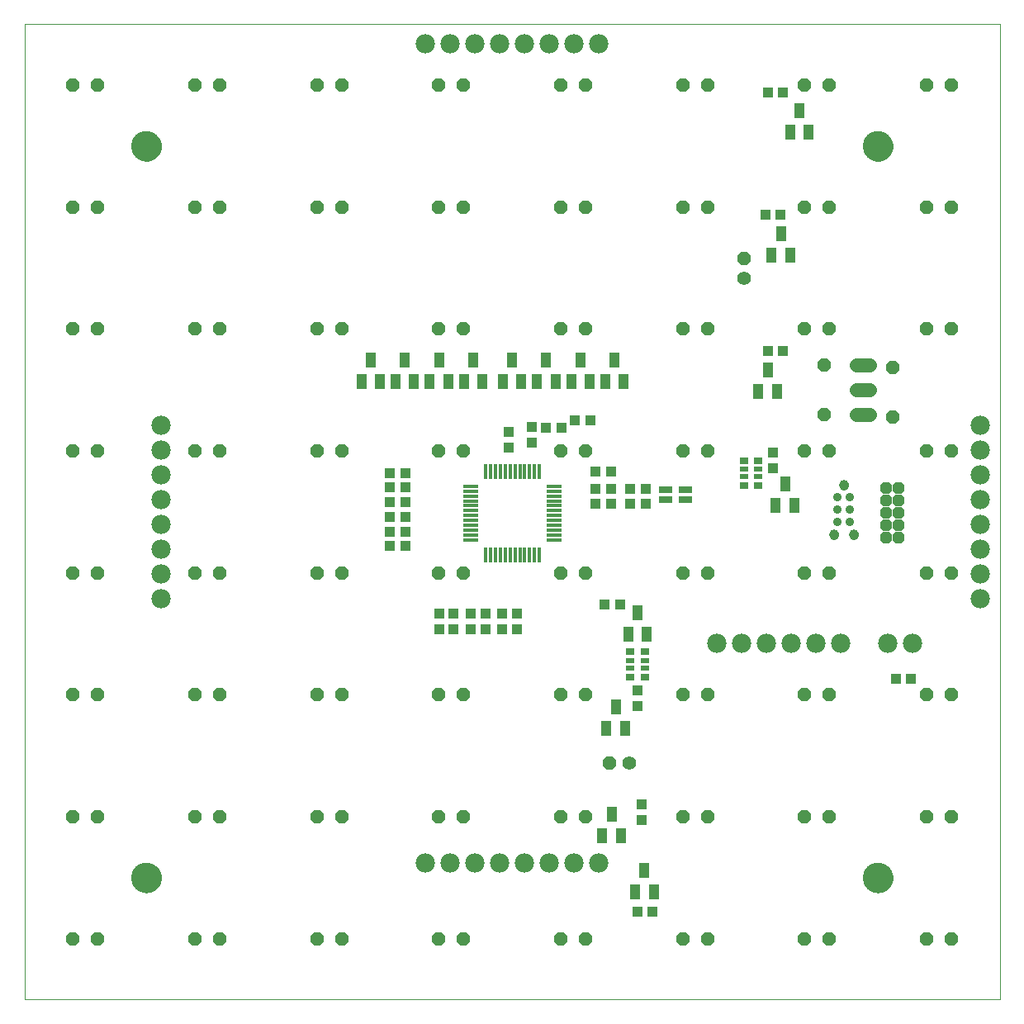
<source format=gts>
G75*
%MOIN*%
%OFA0B0*%
%FSLAX25Y25*%
%IPPOS*%
%LPD*%
%AMOC8*
5,1,8,0,0,1.08239X$1,22.5*
%
%ADD10C,0.00000*%
%ADD11C,0.12211*%
%ADD12R,0.01581X0.06306*%
%ADD13R,0.06306X0.01581*%
%ADD14OC8,0.05600*%
%ADD15R,0.04337X0.05912*%
%ADD16OC8,0.04762*%
%ADD17R,0.04140X0.04337*%
%ADD18R,0.04337X0.04140*%
%ADD19C,0.07800*%
%ADD20C,0.05600*%
%ADD21R,0.03550X0.02762*%
%ADD22R,0.03550X0.02369*%
%ADD23C,0.05600*%
%ADD24R,0.05400X0.02900*%
%ADD25C,0.03500*%
%ADD26C,0.03900*%
D10*
X0028775Y0011058D02*
X0028775Y0404759D01*
X0422476Y0404759D01*
X0422476Y0011058D01*
X0028775Y0011058D01*
X0072081Y0060271D02*
X0072083Y0060424D01*
X0072089Y0060578D01*
X0072099Y0060731D01*
X0072113Y0060883D01*
X0072131Y0061036D01*
X0072153Y0061187D01*
X0072178Y0061338D01*
X0072208Y0061489D01*
X0072242Y0061639D01*
X0072279Y0061787D01*
X0072320Y0061935D01*
X0072365Y0062081D01*
X0072414Y0062227D01*
X0072467Y0062371D01*
X0072523Y0062513D01*
X0072583Y0062654D01*
X0072647Y0062794D01*
X0072714Y0062932D01*
X0072785Y0063068D01*
X0072860Y0063202D01*
X0072937Y0063334D01*
X0073019Y0063464D01*
X0073103Y0063592D01*
X0073191Y0063718D01*
X0073282Y0063841D01*
X0073376Y0063962D01*
X0073474Y0064080D01*
X0073574Y0064196D01*
X0073678Y0064309D01*
X0073784Y0064420D01*
X0073893Y0064528D01*
X0074005Y0064633D01*
X0074119Y0064734D01*
X0074237Y0064833D01*
X0074356Y0064929D01*
X0074478Y0065022D01*
X0074603Y0065111D01*
X0074730Y0065198D01*
X0074859Y0065280D01*
X0074990Y0065360D01*
X0075123Y0065436D01*
X0075258Y0065509D01*
X0075395Y0065578D01*
X0075534Y0065643D01*
X0075674Y0065705D01*
X0075816Y0065763D01*
X0075959Y0065818D01*
X0076104Y0065869D01*
X0076250Y0065916D01*
X0076397Y0065959D01*
X0076545Y0065998D01*
X0076694Y0066034D01*
X0076844Y0066065D01*
X0076995Y0066093D01*
X0077146Y0066117D01*
X0077299Y0066137D01*
X0077451Y0066153D01*
X0077604Y0066165D01*
X0077757Y0066173D01*
X0077910Y0066177D01*
X0078064Y0066177D01*
X0078217Y0066173D01*
X0078370Y0066165D01*
X0078523Y0066153D01*
X0078675Y0066137D01*
X0078828Y0066117D01*
X0078979Y0066093D01*
X0079130Y0066065D01*
X0079280Y0066034D01*
X0079429Y0065998D01*
X0079577Y0065959D01*
X0079724Y0065916D01*
X0079870Y0065869D01*
X0080015Y0065818D01*
X0080158Y0065763D01*
X0080300Y0065705D01*
X0080440Y0065643D01*
X0080579Y0065578D01*
X0080716Y0065509D01*
X0080851Y0065436D01*
X0080984Y0065360D01*
X0081115Y0065280D01*
X0081244Y0065198D01*
X0081371Y0065111D01*
X0081496Y0065022D01*
X0081618Y0064929D01*
X0081737Y0064833D01*
X0081855Y0064734D01*
X0081969Y0064633D01*
X0082081Y0064528D01*
X0082190Y0064420D01*
X0082296Y0064309D01*
X0082400Y0064196D01*
X0082500Y0064080D01*
X0082598Y0063962D01*
X0082692Y0063841D01*
X0082783Y0063718D01*
X0082871Y0063592D01*
X0082955Y0063464D01*
X0083037Y0063334D01*
X0083114Y0063202D01*
X0083189Y0063068D01*
X0083260Y0062932D01*
X0083327Y0062794D01*
X0083391Y0062654D01*
X0083451Y0062513D01*
X0083507Y0062371D01*
X0083560Y0062227D01*
X0083609Y0062081D01*
X0083654Y0061935D01*
X0083695Y0061787D01*
X0083732Y0061639D01*
X0083766Y0061489D01*
X0083796Y0061338D01*
X0083821Y0061187D01*
X0083843Y0061036D01*
X0083861Y0060883D01*
X0083875Y0060731D01*
X0083885Y0060578D01*
X0083891Y0060424D01*
X0083893Y0060271D01*
X0083891Y0060118D01*
X0083885Y0059964D01*
X0083875Y0059811D01*
X0083861Y0059659D01*
X0083843Y0059506D01*
X0083821Y0059355D01*
X0083796Y0059204D01*
X0083766Y0059053D01*
X0083732Y0058903D01*
X0083695Y0058755D01*
X0083654Y0058607D01*
X0083609Y0058461D01*
X0083560Y0058315D01*
X0083507Y0058171D01*
X0083451Y0058029D01*
X0083391Y0057888D01*
X0083327Y0057748D01*
X0083260Y0057610D01*
X0083189Y0057474D01*
X0083114Y0057340D01*
X0083037Y0057208D01*
X0082955Y0057078D01*
X0082871Y0056950D01*
X0082783Y0056824D01*
X0082692Y0056701D01*
X0082598Y0056580D01*
X0082500Y0056462D01*
X0082400Y0056346D01*
X0082296Y0056233D01*
X0082190Y0056122D01*
X0082081Y0056014D01*
X0081969Y0055909D01*
X0081855Y0055808D01*
X0081737Y0055709D01*
X0081618Y0055613D01*
X0081496Y0055520D01*
X0081371Y0055431D01*
X0081244Y0055344D01*
X0081115Y0055262D01*
X0080984Y0055182D01*
X0080851Y0055106D01*
X0080716Y0055033D01*
X0080579Y0054964D01*
X0080440Y0054899D01*
X0080300Y0054837D01*
X0080158Y0054779D01*
X0080015Y0054724D01*
X0079870Y0054673D01*
X0079724Y0054626D01*
X0079577Y0054583D01*
X0079429Y0054544D01*
X0079280Y0054508D01*
X0079130Y0054477D01*
X0078979Y0054449D01*
X0078828Y0054425D01*
X0078675Y0054405D01*
X0078523Y0054389D01*
X0078370Y0054377D01*
X0078217Y0054369D01*
X0078064Y0054365D01*
X0077910Y0054365D01*
X0077757Y0054369D01*
X0077604Y0054377D01*
X0077451Y0054389D01*
X0077299Y0054405D01*
X0077146Y0054425D01*
X0076995Y0054449D01*
X0076844Y0054477D01*
X0076694Y0054508D01*
X0076545Y0054544D01*
X0076397Y0054583D01*
X0076250Y0054626D01*
X0076104Y0054673D01*
X0075959Y0054724D01*
X0075816Y0054779D01*
X0075674Y0054837D01*
X0075534Y0054899D01*
X0075395Y0054964D01*
X0075258Y0055033D01*
X0075123Y0055106D01*
X0074990Y0055182D01*
X0074859Y0055262D01*
X0074730Y0055344D01*
X0074603Y0055431D01*
X0074478Y0055520D01*
X0074356Y0055613D01*
X0074237Y0055709D01*
X0074119Y0055808D01*
X0074005Y0055909D01*
X0073893Y0056014D01*
X0073784Y0056122D01*
X0073678Y0056233D01*
X0073574Y0056346D01*
X0073474Y0056462D01*
X0073376Y0056580D01*
X0073282Y0056701D01*
X0073191Y0056824D01*
X0073103Y0056950D01*
X0073019Y0057078D01*
X0072937Y0057208D01*
X0072860Y0057340D01*
X0072785Y0057474D01*
X0072714Y0057610D01*
X0072647Y0057748D01*
X0072583Y0057888D01*
X0072523Y0058029D01*
X0072467Y0058171D01*
X0072414Y0058315D01*
X0072365Y0058461D01*
X0072320Y0058607D01*
X0072279Y0058755D01*
X0072242Y0058903D01*
X0072208Y0059053D01*
X0072178Y0059204D01*
X0072153Y0059355D01*
X0072131Y0059506D01*
X0072113Y0059659D01*
X0072099Y0059811D01*
X0072089Y0059964D01*
X0072083Y0060118D01*
X0072081Y0060271D01*
X0353733Y0198735D02*
X0353735Y0198818D01*
X0353741Y0198901D01*
X0353751Y0198984D01*
X0353765Y0199066D01*
X0353782Y0199148D01*
X0353804Y0199228D01*
X0353829Y0199307D01*
X0353858Y0199385D01*
X0353891Y0199462D01*
X0353928Y0199537D01*
X0353967Y0199610D01*
X0354011Y0199681D01*
X0354057Y0199750D01*
X0354107Y0199817D01*
X0354160Y0199881D01*
X0354216Y0199943D01*
X0354275Y0200002D01*
X0354337Y0200058D01*
X0354401Y0200111D01*
X0354468Y0200161D01*
X0354537Y0200207D01*
X0354608Y0200251D01*
X0354681Y0200290D01*
X0354756Y0200327D01*
X0354833Y0200360D01*
X0354911Y0200389D01*
X0354990Y0200414D01*
X0355070Y0200436D01*
X0355152Y0200453D01*
X0355234Y0200467D01*
X0355317Y0200477D01*
X0355400Y0200483D01*
X0355483Y0200485D01*
X0355566Y0200483D01*
X0355649Y0200477D01*
X0355732Y0200467D01*
X0355814Y0200453D01*
X0355896Y0200436D01*
X0355976Y0200414D01*
X0356055Y0200389D01*
X0356133Y0200360D01*
X0356210Y0200327D01*
X0356285Y0200290D01*
X0356358Y0200251D01*
X0356429Y0200207D01*
X0356498Y0200161D01*
X0356565Y0200111D01*
X0356629Y0200058D01*
X0356691Y0200002D01*
X0356750Y0199943D01*
X0356806Y0199881D01*
X0356859Y0199817D01*
X0356909Y0199750D01*
X0356955Y0199681D01*
X0356999Y0199610D01*
X0357038Y0199537D01*
X0357075Y0199462D01*
X0357108Y0199385D01*
X0357137Y0199307D01*
X0357162Y0199228D01*
X0357184Y0199148D01*
X0357201Y0199066D01*
X0357215Y0198984D01*
X0357225Y0198901D01*
X0357231Y0198818D01*
X0357233Y0198735D01*
X0357231Y0198652D01*
X0357225Y0198569D01*
X0357215Y0198486D01*
X0357201Y0198404D01*
X0357184Y0198322D01*
X0357162Y0198242D01*
X0357137Y0198163D01*
X0357108Y0198085D01*
X0357075Y0198008D01*
X0357038Y0197933D01*
X0356999Y0197860D01*
X0356955Y0197789D01*
X0356909Y0197720D01*
X0356859Y0197653D01*
X0356806Y0197589D01*
X0356750Y0197527D01*
X0356691Y0197468D01*
X0356629Y0197412D01*
X0356565Y0197359D01*
X0356498Y0197309D01*
X0356429Y0197263D01*
X0356358Y0197219D01*
X0356285Y0197180D01*
X0356210Y0197143D01*
X0356133Y0197110D01*
X0356055Y0197081D01*
X0355976Y0197056D01*
X0355896Y0197034D01*
X0355814Y0197017D01*
X0355732Y0197003D01*
X0355649Y0196993D01*
X0355566Y0196987D01*
X0355483Y0196985D01*
X0355400Y0196987D01*
X0355317Y0196993D01*
X0355234Y0197003D01*
X0355152Y0197017D01*
X0355070Y0197034D01*
X0354990Y0197056D01*
X0354911Y0197081D01*
X0354833Y0197110D01*
X0354756Y0197143D01*
X0354681Y0197180D01*
X0354608Y0197219D01*
X0354537Y0197263D01*
X0354468Y0197309D01*
X0354401Y0197359D01*
X0354337Y0197412D01*
X0354275Y0197468D01*
X0354216Y0197527D01*
X0354160Y0197589D01*
X0354107Y0197653D01*
X0354057Y0197720D01*
X0354011Y0197789D01*
X0353967Y0197860D01*
X0353928Y0197933D01*
X0353891Y0198008D01*
X0353858Y0198085D01*
X0353829Y0198163D01*
X0353804Y0198242D01*
X0353782Y0198322D01*
X0353765Y0198404D01*
X0353751Y0198486D01*
X0353741Y0198569D01*
X0353735Y0198652D01*
X0353733Y0198735D01*
X0361733Y0198735D02*
X0361735Y0198818D01*
X0361741Y0198901D01*
X0361751Y0198984D01*
X0361765Y0199066D01*
X0361782Y0199148D01*
X0361804Y0199228D01*
X0361829Y0199307D01*
X0361858Y0199385D01*
X0361891Y0199462D01*
X0361928Y0199537D01*
X0361967Y0199610D01*
X0362011Y0199681D01*
X0362057Y0199750D01*
X0362107Y0199817D01*
X0362160Y0199881D01*
X0362216Y0199943D01*
X0362275Y0200002D01*
X0362337Y0200058D01*
X0362401Y0200111D01*
X0362468Y0200161D01*
X0362537Y0200207D01*
X0362608Y0200251D01*
X0362681Y0200290D01*
X0362756Y0200327D01*
X0362833Y0200360D01*
X0362911Y0200389D01*
X0362990Y0200414D01*
X0363070Y0200436D01*
X0363152Y0200453D01*
X0363234Y0200467D01*
X0363317Y0200477D01*
X0363400Y0200483D01*
X0363483Y0200485D01*
X0363566Y0200483D01*
X0363649Y0200477D01*
X0363732Y0200467D01*
X0363814Y0200453D01*
X0363896Y0200436D01*
X0363976Y0200414D01*
X0364055Y0200389D01*
X0364133Y0200360D01*
X0364210Y0200327D01*
X0364285Y0200290D01*
X0364358Y0200251D01*
X0364429Y0200207D01*
X0364498Y0200161D01*
X0364565Y0200111D01*
X0364629Y0200058D01*
X0364691Y0200002D01*
X0364750Y0199943D01*
X0364806Y0199881D01*
X0364859Y0199817D01*
X0364909Y0199750D01*
X0364955Y0199681D01*
X0364999Y0199610D01*
X0365038Y0199537D01*
X0365075Y0199462D01*
X0365108Y0199385D01*
X0365137Y0199307D01*
X0365162Y0199228D01*
X0365184Y0199148D01*
X0365201Y0199066D01*
X0365215Y0198984D01*
X0365225Y0198901D01*
X0365231Y0198818D01*
X0365233Y0198735D01*
X0365231Y0198652D01*
X0365225Y0198569D01*
X0365215Y0198486D01*
X0365201Y0198404D01*
X0365184Y0198322D01*
X0365162Y0198242D01*
X0365137Y0198163D01*
X0365108Y0198085D01*
X0365075Y0198008D01*
X0365038Y0197933D01*
X0364999Y0197860D01*
X0364955Y0197789D01*
X0364909Y0197720D01*
X0364859Y0197653D01*
X0364806Y0197589D01*
X0364750Y0197527D01*
X0364691Y0197468D01*
X0364629Y0197412D01*
X0364565Y0197359D01*
X0364498Y0197309D01*
X0364429Y0197263D01*
X0364358Y0197219D01*
X0364285Y0197180D01*
X0364210Y0197143D01*
X0364133Y0197110D01*
X0364055Y0197081D01*
X0363976Y0197056D01*
X0363896Y0197034D01*
X0363814Y0197017D01*
X0363732Y0197003D01*
X0363649Y0196993D01*
X0363566Y0196987D01*
X0363483Y0196985D01*
X0363400Y0196987D01*
X0363317Y0196993D01*
X0363234Y0197003D01*
X0363152Y0197017D01*
X0363070Y0197034D01*
X0362990Y0197056D01*
X0362911Y0197081D01*
X0362833Y0197110D01*
X0362756Y0197143D01*
X0362681Y0197180D01*
X0362608Y0197219D01*
X0362537Y0197263D01*
X0362468Y0197309D01*
X0362401Y0197359D01*
X0362337Y0197412D01*
X0362275Y0197468D01*
X0362216Y0197527D01*
X0362160Y0197589D01*
X0362107Y0197653D01*
X0362057Y0197720D01*
X0362011Y0197789D01*
X0361967Y0197860D01*
X0361928Y0197933D01*
X0361891Y0198008D01*
X0361858Y0198085D01*
X0361829Y0198163D01*
X0361804Y0198242D01*
X0361782Y0198322D01*
X0361765Y0198404D01*
X0361751Y0198486D01*
X0361741Y0198569D01*
X0361735Y0198652D01*
X0361733Y0198735D01*
X0357733Y0218735D02*
X0357735Y0218818D01*
X0357741Y0218901D01*
X0357751Y0218984D01*
X0357765Y0219066D01*
X0357782Y0219148D01*
X0357804Y0219228D01*
X0357829Y0219307D01*
X0357858Y0219385D01*
X0357891Y0219462D01*
X0357928Y0219537D01*
X0357967Y0219610D01*
X0358011Y0219681D01*
X0358057Y0219750D01*
X0358107Y0219817D01*
X0358160Y0219881D01*
X0358216Y0219943D01*
X0358275Y0220002D01*
X0358337Y0220058D01*
X0358401Y0220111D01*
X0358468Y0220161D01*
X0358537Y0220207D01*
X0358608Y0220251D01*
X0358681Y0220290D01*
X0358756Y0220327D01*
X0358833Y0220360D01*
X0358911Y0220389D01*
X0358990Y0220414D01*
X0359070Y0220436D01*
X0359152Y0220453D01*
X0359234Y0220467D01*
X0359317Y0220477D01*
X0359400Y0220483D01*
X0359483Y0220485D01*
X0359566Y0220483D01*
X0359649Y0220477D01*
X0359732Y0220467D01*
X0359814Y0220453D01*
X0359896Y0220436D01*
X0359976Y0220414D01*
X0360055Y0220389D01*
X0360133Y0220360D01*
X0360210Y0220327D01*
X0360285Y0220290D01*
X0360358Y0220251D01*
X0360429Y0220207D01*
X0360498Y0220161D01*
X0360565Y0220111D01*
X0360629Y0220058D01*
X0360691Y0220002D01*
X0360750Y0219943D01*
X0360806Y0219881D01*
X0360859Y0219817D01*
X0360909Y0219750D01*
X0360955Y0219681D01*
X0360999Y0219610D01*
X0361038Y0219537D01*
X0361075Y0219462D01*
X0361108Y0219385D01*
X0361137Y0219307D01*
X0361162Y0219228D01*
X0361184Y0219148D01*
X0361201Y0219066D01*
X0361215Y0218984D01*
X0361225Y0218901D01*
X0361231Y0218818D01*
X0361233Y0218735D01*
X0361231Y0218652D01*
X0361225Y0218569D01*
X0361215Y0218486D01*
X0361201Y0218404D01*
X0361184Y0218322D01*
X0361162Y0218242D01*
X0361137Y0218163D01*
X0361108Y0218085D01*
X0361075Y0218008D01*
X0361038Y0217933D01*
X0360999Y0217860D01*
X0360955Y0217789D01*
X0360909Y0217720D01*
X0360859Y0217653D01*
X0360806Y0217589D01*
X0360750Y0217527D01*
X0360691Y0217468D01*
X0360629Y0217412D01*
X0360565Y0217359D01*
X0360498Y0217309D01*
X0360429Y0217263D01*
X0360358Y0217219D01*
X0360285Y0217180D01*
X0360210Y0217143D01*
X0360133Y0217110D01*
X0360055Y0217081D01*
X0359976Y0217056D01*
X0359896Y0217034D01*
X0359814Y0217017D01*
X0359732Y0217003D01*
X0359649Y0216993D01*
X0359566Y0216987D01*
X0359483Y0216985D01*
X0359400Y0216987D01*
X0359317Y0216993D01*
X0359234Y0217003D01*
X0359152Y0217017D01*
X0359070Y0217034D01*
X0358990Y0217056D01*
X0358911Y0217081D01*
X0358833Y0217110D01*
X0358756Y0217143D01*
X0358681Y0217180D01*
X0358608Y0217219D01*
X0358537Y0217263D01*
X0358468Y0217309D01*
X0358401Y0217359D01*
X0358337Y0217412D01*
X0358275Y0217468D01*
X0358216Y0217527D01*
X0358160Y0217589D01*
X0358107Y0217653D01*
X0358057Y0217720D01*
X0358011Y0217789D01*
X0357967Y0217860D01*
X0357928Y0217933D01*
X0357891Y0218008D01*
X0357858Y0218085D01*
X0357829Y0218163D01*
X0357804Y0218242D01*
X0357782Y0218322D01*
X0357765Y0218404D01*
X0357751Y0218486D01*
X0357741Y0218569D01*
X0357735Y0218652D01*
X0357733Y0218735D01*
X0367357Y0355546D02*
X0367359Y0355699D01*
X0367365Y0355853D01*
X0367375Y0356006D01*
X0367389Y0356158D01*
X0367407Y0356311D01*
X0367429Y0356462D01*
X0367454Y0356613D01*
X0367484Y0356764D01*
X0367518Y0356914D01*
X0367555Y0357062D01*
X0367596Y0357210D01*
X0367641Y0357356D01*
X0367690Y0357502D01*
X0367743Y0357646D01*
X0367799Y0357788D01*
X0367859Y0357929D01*
X0367923Y0358069D01*
X0367990Y0358207D01*
X0368061Y0358343D01*
X0368136Y0358477D01*
X0368213Y0358609D01*
X0368295Y0358739D01*
X0368379Y0358867D01*
X0368467Y0358993D01*
X0368558Y0359116D01*
X0368652Y0359237D01*
X0368750Y0359355D01*
X0368850Y0359471D01*
X0368954Y0359584D01*
X0369060Y0359695D01*
X0369169Y0359803D01*
X0369281Y0359908D01*
X0369395Y0360009D01*
X0369513Y0360108D01*
X0369632Y0360204D01*
X0369754Y0360297D01*
X0369879Y0360386D01*
X0370006Y0360473D01*
X0370135Y0360555D01*
X0370266Y0360635D01*
X0370399Y0360711D01*
X0370534Y0360784D01*
X0370671Y0360853D01*
X0370810Y0360918D01*
X0370950Y0360980D01*
X0371092Y0361038D01*
X0371235Y0361093D01*
X0371380Y0361144D01*
X0371526Y0361191D01*
X0371673Y0361234D01*
X0371821Y0361273D01*
X0371970Y0361309D01*
X0372120Y0361340D01*
X0372271Y0361368D01*
X0372422Y0361392D01*
X0372575Y0361412D01*
X0372727Y0361428D01*
X0372880Y0361440D01*
X0373033Y0361448D01*
X0373186Y0361452D01*
X0373340Y0361452D01*
X0373493Y0361448D01*
X0373646Y0361440D01*
X0373799Y0361428D01*
X0373951Y0361412D01*
X0374104Y0361392D01*
X0374255Y0361368D01*
X0374406Y0361340D01*
X0374556Y0361309D01*
X0374705Y0361273D01*
X0374853Y0361234D01*
X0375000Y0361191D01*
X0375146Y0361144D01*
X0375291Y0361093D01*
X0375434Y0361038D01*
X0375576Y0360980D01*
X0375716Y0360918D01*
X0375855Y0360853D01*
X0375992Y0360784D01*
X0376127Y0360711D01*
X0376260Y0360635D01*
X0376391Y0360555D01*
X0376520Y0360473D01*
X0376647Y0360386D01*
X0376772Y0360297D01*
X0376894Y0360204D01*
X0377013Y0360108D01*
X0377131Y0360009D01*
X0377245Y0359908D01*
X0377357Y0359803D01*
X0377466Y0359695D01*
X0377572Y0359584D01*
X0377676Y0359471D01*
X0377776Y0359355D01*
X0377874Y0359237D01*
X0377968Y0359116D01*
X0378059Y0358993D01*
X0378147Y0358867D01*
X0378231Y0358739D01*
X0378313Y0358609D01*
X0378390Y0358477D01*
X0378465Y0358343D01*
X0378536Y0358207D01*
X0378603Y0358069D01*
X0378667Y0357929D01*
X0378727Y0357788D01*
X0378783Y0357646D01*
X0378836Y0357502D01*
X0378885Y0357356D01*
X0378930Y0357210D01*
X0378971Y0357062D01*
X0379008Y0356914D01*
X0379042Y0356764D01*
X0379072Y0356613D01*
X0379097Y0356462D01*
X0379119Y0356311D01*
X0379137Y0356158D01*
X0379151Y0356006D01*
X0379161Y0355853D01*
X0379167Y0355699D01*
X0379169Y0355546D01*
X0379167Y0355393D01*
X0379161Y0355239D01*
X0379151Y0355086D01*
X0379137Y0354934D01*
X0379119Y0354781D01*
X0379097Y0354630D01*
X0379072Y0354479D01*
X0379042Y0354328D01*
X0379008Y0354178D01*
X0378971Y0354030D01*
X0378930Y0353882D01*
X0378885Y0353736D01*
X0378836Y0353590D01*
X0378783Y0353446D01*
X0378727Y0353304D01*
X0378667Y0353163D01*
X0378603Y0353023D01*
X0378536Y0352885D01*
X0378465Y0352749D01*
X0378390Y0352615D01*
X0378313Y0352483D01*
X0378231Y0352353D01*
X0378147Y0352225D01*
X0378059Y0352099D01*
X0377968Y0351976D01*
X0377874Y0351855D01*
X0377776Y0351737D01*
X0377676Y0351621D01*
X0377572Y0351508D01*
X0377466Y0351397D01*
X0377357Y0351289D01*
X0377245Y0351184D01*
X0377131Y0351083D01*
X0377013Y0350984D01*
X0376894Y0350888D01*
X0376772Y0350795D01*
X0376647Y0350706D01*
X0376520Y0350619D01*
X0376391Y0350537D01*
X0376260Y0350457D01*
X0376127Y0350381D01*
X0375992Y0350308D01*
X0375855Y0350239D01*
X0375716Y0350174D01*
X0375576Y0350112D01*
X0375434Y0350054D01*
X0375291Y0349999D01*
X0375146Y0349948D01*
X0375000Y0349901D01*
X0374853Y0349858D01*
X0374705Y0349819D01*
X0374556Y0349783D01*
X0374406Y0349752D01*
X0374255Y0349724D01*
X0374104Y0349700D01*
X0373951Y0349680D01*
X0373799Y0349664D01*
X0373646Y0349652D01*
X0373493Y0349644D01*
X0373340Y0349640D01*
X0373186Y0349640D01*
X0373033Y0349644D01*
X0372880Y0349652D01*
X0372727Y0349664D01*
X0372575Y0349680D01*
X0372422Y0349700D01*
X0372271Y0349724D01*
X0372120Y0349752D01*
X0371970Y0349783D01*
X0371821Y0349819D01*
X0371673Y0349858D01*
X0371526Y0349901D01*
X0371380Y0349948D01*
X0371235Y0349999D01*
X0371092Y0350054D01*
X0370950Y0350112D01*
X0370810Y0350174D01*
X0370671Y0350239D01*
X0370534Y0350308D01*
X0370399Y0350381D01*
X0370266Y0350457D01*
X0370135Y0350537D01*
X0370006Y0350619D01*
X0369879Y0350706D01*
X0369754Y0350795D01*
X0369632Y0350888D01*
X0369513Y0350984D01*
X0369395Y0351083D01*
X0369281Y0351184D01*
X0369169Y0351289D01*
X0369060Y0351397D01*
X0368954Y0351508D01*
X0368850Y0351621D01*
X0368750Y0351737D01*
X0368652Y0351855D01*
X0368558Y0351976D01*
X0368467Y0352099D01*
X0368379Y0352225D01*
X0368295Y0352353D01*
X0368213Y0352483D01*
X0368136Y0352615D01*
X0368061Y0352749D01*
X0367990Y0352885D01*
X0367923Y0353023D01*
X0367859Y0353163D01*
X0367799Y0353304D01*
X0367743Y0353446D01*
X0367690Y0353590D01*
X0367641Y0353736D01*
X0367596Y0353882D01*
X0367555Y0354030D01*
X0367518Y0354178D01*
X0367484Y0354328D01*
X0367454Y0354479D01*
X0367429Y0354630D01*
X0367407Y0354781D01*
X0367389Y0354934D01*
X0367375Y0355086D01*
X0367365Y0355239D01*
X0367359Y0355393D01*
X0367357Y0355546D01*
X0072081Y0355546D02*
X0072083Y0355699D01*
X0072089Y0355853D01*
X0072099Y0356006D01*
X0072113Y0356158D01*
X0072131Y0356311D01*
X0072153Y0356462D01*
X0072178Y0356613D01*
X0072208Y0356764D01*
X0072242Y0356914D01*
X0072279Y0357062D01*
X0072320Y0357210D01*
X0072365Y0357356D01*
X0072414Y0357502D01*
X0072467Y0357646D01*
X0072523Y0357788D01*
X0072583Y0357929D01*
X0072647Y0358069D01*
X0072714Y0358207D01*
X0072785Y0358343D01*
X0072860Y0358477D01*
X0072937Y0358609D01*
X0073019Y0358739D01*
X0073103Y0358867D01*
X0073191Y0358993D01*
X0073282Y0359116D01*
X0073376Y0359237D01*
X0073474Y0359355D01*
X0073574Y0359471D01*
X0073678Y0359584D01*
X0073784Y0359695D01*
X0073893Y0359803D01*
X0074005Y0359908D01*
X0074119Y0360009D01*
X0074237Y0360108D01*
X0074356Y0360204D01*
X0074478Y0360297D01*
X0074603Y0360386D01*
X0074730Y0360473D01*
X0074859Y0360555D01*
X0074990Y0360635D01*
X0075123Y0360711D01*
X0075258Y0360784D01*
X0075395Y0360853D01*
X0075534Y0360918D01*
X0075674Y0360980D01*
X0075816Y0361038D01*
X0075959Y0361093D01*
X0076104Y0361144D01*
X0076250Y0361191D01*
X0076397Y0361234D01*
X0076545Y0361273D01*
X0076694Y0361309D01*
X0076844Y0361340D01*
X0076995Y0361368D01*
X0077146Y0361392D01*
X0077299Y0361412D01*
X0077451Y0361428D01*
X0077604Y0361440D01*
X0077757Y0361448D01*
X0077910Y0361452D01*
X0078064Y0361452D01*
X0078217Y0361448D01*
X0078370Y0361440D01*
X0078523Y0361428D01*
X0078675Y0361412D01*
X0078828Y0361392D01*
X0078979Y0361368D01*
X0079130Y0361340D01*
X0079280Y0361309D01*
X0079429Y0361273D01*
X0079577Y0361234D01*
X0079724Y0361191D01*
X0079870Y0361144D01*
X0080015Y0361093D01*
X0080158Y0361038D01*
X0080300Y0360980D01*
X0080440Y0360918D01*
X0080579Y0360853D01*
X0080716Y0360784D01*
X0080851Y0360711D01*
X0080984Y0360635D01*
X0081115Y0360555D01*
X0081244Y0360473D01*
X0081371Y0360386D01*
X0081496Y0360297D01*
X0081618Y0360204D01*
X0081737Y0360108D01*
X0081855Y0360009D01*
X0081969Y0359908D01*
X0082081Y0359803D01*
X0082190Y0359695D01*
X0082296Y0359584D01*
X0082400Y0359471D01*
X0082500Y0359355D01*
X0082598Y0359237D01*
X0082692Y0359116D01*
X0082783Y0358993D01*
X0082871Y0358867D01*
X0082955Y0358739D01*
X0083037Y0358609D01*
X0083114Y0358477D01*
X0083189Y0358343D01*
X0083260Y0358207D01*
X0083327Y0358069D01*
X0083391Y0357929D01*
X0083451Y0357788D01*
X0083507Y0357646D01*
X0083560Y0357502D01*
X0083609Y0357356D01*
X0083654Y0357210D01*
X0083695Y0357062D01*
X0083732Y0356914D01*
X0083766Y0356764D01*
X0083796Y0356613D01*
X0083821Y0356462D01*
X0083843Y0356311D01*
X0083861Y0356158D01*
X0083875Y0356006D01*
X0083885Y0355853D01*
X0083891Y0355699D01*
X0083893Y0355546D01*
X0083891Y0355393D01*
X0083885Y0355239D01*
X0083875Y0355086D01*
X0083861Y0354934D01*
X0083843Y0354781D01*
X0083821Y0354630D01*
X0083796Y0354479D01*
X0083766Y0354328D01*
X0083732Y0354178D01*
X0083695Y0354030D01*
X0083654Y0353882D01*
X0083609Y0353736D01*
X0083560Y0353590D01*
X0083507Y0353446D01*
X0083451Y0353304D01*
X0083391Y0353163D01*
X0083327Y0353023D01*
X0083260Y0352885D01*
X0083189Y0352749D01*
X0083114Y0352615D01*
X0083037Y0352483D01*
X0082955Y0352353D01*
X0082871Y0352225D01*
X0082783Y0352099D01*
X0082692Y0351976D01*
X0082598Y0351855D01*
X0082500Y0351737D01*
X0082400Y0351621D01*
X0082296Y0351508D01*
X0082190Y0351397D01*
X0082081Y0351289D01*
X0081969Y0351184D01*
X0081855Y0351083D01*
X0081737Y0350984D01*
X0081618Y0350888D01*
X0081496Y0350795D01*
X0081371Y0350706D01*
X0081244Y0350619D01*
X0081115Y0350537D01*
X0080984Y0350457D01*
X0080851Y0350381D01*
X0080716Y0350308D01*
X0080579Y0350239D01*
X0080440Y0350174D01*
X0080300Y0350112D01*
X0080158Y0350054D01*
X0080015Y0349999D01*
X0079870Y0349948D01*
X0079724Y0349901D01*
X0079577Y0349858D01*
X0079429Y0349819D01*
X0079280Y0349783D01*
X0079130Y0349752D01*
X0078979Y0349724D01*
X0078828Y0349700D01*
X0078675Y0349680D01*
X0078523Y0349664D01*
X0078370Y0349652D01*
X0078217Y0349644D01*
X0078064Y0349640D01*
X0077910Y0349640D01*
X0077757Y0349644D01*
X0077604Y0349652D01*
X0077451Y0349664D01*
X0077299Y0349680D01*
X0077146Y0349700D01*
X0076995Y0349724D01*
X0076844Y0349752D01*
X0076694Y0349783D01*
X0076545Y0349819D01*
X0076397Y0349858D01*
X0076250Y0349901D01*
X0076104Y0349948D01*
X0075959Y0349999D01*
X0075816Y0350054D01*
X0075674Y0350112D01*
X0075534Y0350174D01*
X0075395Y0350239D01*
X0075258Y0350308D01*
X0075123Y0350381D01*
X0074990Y0350457D01*
X0074859Y0350537D01*
X0074730Y0350619D01*
X0074603Y0350706D01*
X0074478Y0350795D01*
X0074356Y0350888D01*
X0074237Y0350984D01*
X0074119Y0351083D01*
X0074005Y0351184D01*
X0073893Y0351289D01*
X0073784Y0351397D01*
X0073678Y0351508D01*
X0073574Y0351621D01*
X0073474Y0351737D01*
X0073376Y0351855D01*
X0073282Y0351976D01*
X0073191Y0352099D01*
X0073103Y0352225D01*
X0073019Y0352353D01*
X0072937Y0352483D01*
X0072860Y0352615D01*
X0072785Y0352749D01*
X0072714Y0352885D01*
X0072647Y0353023D01*
X0072583Y0353163D01*
X0072523Y0353304D01*
X0072467Y0353446D01*
X0072414Y0353590D01*
X0072365Y0353736D01*
X0072320Y0353882D01*
X0072279Y0354030D01*
X0072242Y0354178D01*
X0072208Y0354328D01*
X0072178Y0354479D01*
X0072153Y0354630D01*
X0072131Y0354781D01*
X0072113Y0354934D01*
X0072099Y0355086D01*
X0072089Y0355239D01*
X0072083Y0355393D01*
X0072081Y0355546D01*
X0367357Y0060271D02*
X0367359Y0060424D01*
X0367365Y0060578D01*
X0367375Y0060731D01*
X0367389Y0060883D01*
X0367407Y0061036D01*
X0367429Y0061187D01*
X0367454Y0061338D01*
X0367484Y0061489D01*
X0367518Y0061639D01*
X0367555Y0061787D01*
X0367596Y0061935D01*
X0367641Y0062081D01*
X0367690Y0062227D01*
X0367743Y0062371D01*
X0367799Y0062513D01*
X0367859Y0062654D01*
X0367923Y0062794D01*
X0367990Y0062932D01*
X0368061Y0063068D01*
X0368136Y0063202D01*
X0368213Y0063334D01*
X0368295Y0063464D01*
X0368379Y0063592D01*
X0368467Y0063718D01*
X0368558Y0063841D01*
X0368652Y0063962D01*
X0368750Y0064080D01*
X0368850Y0064196D01*
X0368954Y0064309D01*
X0369060Y0064420D01*
X0369169Y0064528D01*
X0369281Y0064633D01*
X0369395Y0064734D01*
X0369513Y0064833D01*
X0369632Y0064929D01*
X0369754Y0065022D01*
X0369879Y0065111D01*
X0370006Y0065198D01*
X0370135Y0065280D01*
X0370266Y0065360D01*
X0370399Y0065436D01*
X0370534Y0065509D01*
X0370671Y0065578D01*
X0370810Y0065643D01*
X0370950Y0065705D01*
X0371092Y0065763D01*
X0371235Y0065818D01*
X0371380Y0065869D01*
X0371526Y0065916D01*
X0371673Y0065959D01*
X0371821Y0065998D01*
X0371970Y0066034D01*
X0372120Y0066065D01*
X0372271Y0066093D01*
X0372422Y0066117D01*
X0372575Y0066137D01*
X0372727Y0066153D01*
X0372880Y0066165D01*
X0373033Y0066173D01*
X0373186Y0066177D01*
X0373340Y0066177D01*
X0373493Y0066173D01*
X0373646Y0066165D01*
X0373799Y0066153D01*
X0373951Y0066137D01*
X0374104Y0066117D01*
X0374255Y0066093D01*
X0374406Y0066065D01*
X0374556Y0066034D01*
X0374705Y0065998D01*
X0374853Y0065959D01*
X0375000Y0065916D01*
X0375146Y0065869D01*
X0375291Y0065818D01*
X0375434Y0065763D01*
X0375576Y0065705D01*
X0375716Y0065643D01*
X0375855Y0065578D01*
X0375992Y0065509D01*
X0376127Y0065436D01*
X0376260Y0065360D01*
X0376391Y0065280D01*
X0376520Y0065198D01*
X0376647Y0065111D01*
X0376772Y0065022D01*
X0376894Y0064929D01*
X0377013Y0064833D01*
X0377131Y0064734D01*
X0377245Y0064633D01*
X0377357Y0064528D01*
X0377466Y0064420D01*
X0377572Y0064309D01*
X0377676Y0064196D01*
X0377776Y0064080D01*
X0377874Y0063962D01*
X0377968Y0063841D01*
X0378059Y0063718D01*
X0378147Y0063592D01*
X0378231Y0063464D01*
X0378313Y0063334D01*
X0378390Y0063202D01*
X0378465Y0063068D01*
X0378536Y0062932D01*
X0378603Y0062794D01*
X0378667Y0062654D01*
X0378727Y0062513D01*
X0378783Y0062371D01*
X0378836Y0062227D01*
X0378885Y0062081D01*
X0378930Y0061935D01*
X0378971Y0061787D01*
X0379008Y0061639D01*
X0379042Y0061489D01*
X0379072Y0061338D01*
X0379097Y0061187D01*
X0379119Y0061036D01*
X0379137Y0060883D01*
X0379151Y0060731D01*
X0379161Y0060578D01*
X0379167Y0060424D01*
X0379169Y0060271D01*
X0379167Y0060118D01*
X0379161Y0059964D01*
X0379151Y0059811D01*
X0379137Y0059659D01*
X0379119Y0059506D01*
X0379097Y0059355D01*
X0379072Y0059204D01*
X0379042Y0059053D01*
X0379008Y0058903D01*
X0378971Y0058755D01*
X0378930Y0058607D01*
X0378885Y0058461D01*
X0378836Y0058315D01*
X0378783Y0058171D01*
X0378727Y0058029D01*
X0378667Y0057888D01*
X0378603Y0057748D01*
X0378536Y0057610D01*
X0378465Y0057474D01*
X0378390Y0057340D01*
X0378313Y0057208D01*
X0378231Y0057078D01*
X0378147Y0056950D01*
X0378059Y0056824D01*
X0377968Y0056701D01*
X0377874Y0056580D01*
X0377776Y0056462D01*
X0377676Y0056346D01*
X0377572Y0056233D01*
X0377466Y0056122D01*
X0377357Y0056014D01*
X0377245Y0055909D01*
X0377131Y0055808D01*
X0377013Y0055709D01*
X0376894Y0055613D01*
X0376772Y0055520D01*
X0376647Y0055431D01*
X0376520Y0055344D01*
X0376391Y0055262D01*
X0376260Y0055182D01*
X0376127Y0055106D01*
X0375992Y0055033D01*
X0375855Y0054964D01*
X0375716Y0054899D01*
X0375576Y0054837D01*
X0375434Y0054779D01*
X0375291Y0054724D01*
X0375146Y0054673D01*
X0375000Y0054626D01*
X0374853Y0054583D01*
X0374705Y0054544D01*
X0374556Y0054508D01*
X0374406Y0054477D01*
X0374255Y0054449D01*
X0374104Y0054425D01*
X0373951Y0054405D01*
X0373799Y0054389D01*
X0373646Y0054377D01*
X0373493Y0054369D01*
X0373340Y0054365D01*
X0373186Y0054365D01*
X0373033Y0054369D01*
X0372880Y0054377D01*
X0372727Y0054389D01*
X0372575Y0054405D01*
X0372422Y0054425D01*
X0372271Y0054449D01*
X0372120Y0054477D01*
X0371970Y0054508D01*
X0371821Y0054544D01*
X0371673Y0054583D01*
X0371526Y0054626D01*
X0371380Y0054673D01*
X0371235Y0054724D01*
X0371092Y0054779D01*
X0370950Y0054837D01*
X0370810Y0054899D01*
X0370671Y0054964D01*
X0370534Y0055033D01*
X0370399Y0055106D01*
X0370266Y0055182D01*
X0370135Y0055262D01*
X0370006Y0055344D01*
X0369879Y0055431D01*
X0369754Y0055520D01*
X0369632Y0055613D01*
X0369513Y0055709D01*
X0369395Y0055808D01*
X0369281Y0055909D01*
X0369169Y0056014D01*
X0369060Y0056122D01*
X0368954Y0056233D01*
X0368850Y0056346D01*
X0368750Y0056462D01*
X0368652Y0056580D01*
X0368558Y0056701D01*
X0368467Y0056824D01*
X0368379Y0056950D01*
X0368295Y0057078D01*
X0368213Y0057208D01*
X0368136Y0057340D01*
X0368061Y0057474D01*
X0367990Y0057610D01*
X0367923Y0057748D01*
X0367859Y0057888D01*
X0367799Y0058029D01*
X0367743Y0058171D01*
X0367690Y0058315D01*
X0367641Y0058461D01*
X0367596Y0058607D01*
X0367555Y0058755D01*
X0367518Y0058903D01*
X0367484Y0059053D01*
X0367454Y0059204D01*
X0367429Y0059355D01*
X0367407Y0059506D01*
X0367389Y0059659D01*
X0367375Y0059811D01*
X0367365Y0059964D01*
X0367359Y0060118D01*
X0367357Y0060271D01*
D11*
X0373263Y0060271D03*
X0077987Y0060271D03*
X0077987Y0355546D03*
X0373263Y0355546D03*
D12*
X0236649Y0224169D03*
X0234680Y0224169D03*
X0232712Y0224169D03*
X0230743Y0224169D03*
X0228775Y0224169D03*
X0226806Y0224169D03*
X0224838Y0224169D03*
X0222869Y0224169D03*
X0220901Y0224169D03*
X0218932Y0224169D03*
X0216964Y0224169D03*
X0214995Y0224169D03*
X0214995Y0190704D03*
X0216964Y0190704D03*
X0218932Y0190704D03*
X0220901Y0190704D03*
X0222869Y0190704D03*
X0224838Y0190704D03*
X0226806Y0190704D03*
X0228775Y0190704D03*
X0230743Y0190704D03*
X0232712Y0190704D03*
X0234680Y0190704D03*
X0236649Y0190704D03*
D13*
X0242554Y0196609D03*
X0242554Y0198578D03*
X0242554Y0200546D03*
X0242554Y0202515D03*
X0242554Y0204483D03*
X0242554Y0206452D03*
X0242554Y0208420D03*
X0242554Y0210389D03*
X0242554Y0212357D03*
X0242554Y0214326D03*
X0242554Y0216294D03*
X0242554Y0218263D03*
X0209090Y0218263D03*
X0209090Y0216294D03*
X0209090Y0214326D03*
X0209090Y0212357D03*
X0209090Y0210389D03*
X0209090Y0208420D03*
X0209090Y0206452D03*
X0209090Y0204483D03*
X0209090Y0202515D03*
X0209090Y0200546D03*
X0209090Y0198578D03*
X0209090Y0196609D03*
D14*
X0206019Y0183302D03*
X0196019Y0183302D03*
X0156806Y0183302D03*
X0146806Y0183302D03*
X0107594Y0183302D03*
X0097594Y0183302D03*
X0058381Y0183302D03*
X0048381Y0183302D03*
X0048381Y0134090D03*
X0058381Y0134090D03*
X0097594Y0134090D03*
X0107594Y0134090D03*
X0146806Y0134090D03*
X0156806Y0134090D03*
X0196019Y0134090D03*
X0206019Y0134090D03*
X0245231Y0134090D03*
X0255231Y0134090D03*
X0264932Y0106531D03*
X0255231Y0084877D03*
X0245231Y0084877D03*
X0206019Y0084877D03*
X0196019Y0084877D03*
X0156806Y0084877D03*
X0146806Y0084877D03*
X0107594Y0084877D03*
X0097594Y0084877D03*
X0058381Y0084877D03*
X0048381Y0084877D03*
X0048381Y0035665D03*
X0058381Y0035665D03*
X0097594Y0035665D03*
X0107594Y0035665D03*
X0146806Y0035665D03*
X0156806Y0035665D03*
X0196019Y0035665D03*
X0206019Y0035665D03*
X0245231Y0035665D03*
X0255231Y0035665D03*
X0294444Y0035665D03*
X0304444Y0035665D03*
X0343657Y0035665D03*
X0353657Y0035665D03*
X0392869Y0035665D03*
X0402869Y0035665D03*
X0402869Y0084877D03*
X0392869Y0084877D03*
X0353657Y0084877D03*
X0343657Y0084877D03*
X0304444Y0084877D03*
X0294444Y0084877D03*
X0294444Y0134090D03*
X0304444Y0134090D03*
X0343657Y0134090D03*
X0353657Y0134090D03*
X0392869Y0134090D03*
X0402869Y0134090D03*
X0402869Y0183302D03*
X0392869Y0183302D03*
X0353657Y0183302D03*
X0343657Y0183302D03*
X0304444Y0183302D03*
X0294444Y0183302D03*
X0255231Y0183302D03*
X0245231Y0183302D03*
X0245231Y0232515D03*
X0255231Y0232515D03*
X0294444Y0232515D03*
X0304444Y0232515D03*
X0343657Y0232515D03*
X0353657Y0232515D03*
X0351609Y0247121D03*
X0351609Y0267121D03*
X0353657Y0281728D03*
X0343657Y0281728D03*
X0319129Y0310334D03*
X0304444Y0330940D03*
X0294444Y0330940D03*
X0255231Y0330940D03*
X0245231Y0330940D03*
X0206019Y0330940D03*
X0196019Y0330940D03*
X0156806Y0330940D03*
X0146806Y0330940D03*
X0107594Y0330940D03*
X0097594Y0330940D03*
X0058381Y0330940D03*
X0048381Y0330940D03*
X0048381Y0281728D03*
X0058381Y0281728D03*
X0097594Y0281728D03*
X0107594Y0281728D03*
X0146806Y0281728D03*
X0156806Y0281728D03*
X0196019Y0281728D03*
X0206019Y0281728D03*
X0245231Y0281728D03*
X0255231Y0281728D03*
X0294444Y0281728D03*
X0304444Y0281728D03*
X0343657Y0330940D03*
X0353657Y0330940D03*
X0392869Y0330940D03*
X0402869Y0330940D03*
X0402869Y0281728D03*
X0392869Y0281728D03*
X0379169Y0266137D03*
X0379169Y0246137D03*
X0392869Y0232515D03*
X0402869Y0232515D03*
X0402869Y0380153D03*
X0392869Y0380153D03*
X0353657Y0380153D03*
X0343657Y0380153D03*
X0304444Y0380153D03*
X0294444Y0380153D03*
X0255231Y0380153D03*
X0245231Y0380153D03*
X0206019Y0380153D03*
X0196019Y0380153D03*
X0156806Y0380153D03*
X0146806Y0380153D03*
X0107594Y0380153D03*
X0097594Y0380153D03*
X0058381Y0380153D03*
X0048381Y0380153D03*
X0048381Y0232515D03*
X0058381Y0232515D03*
X0097594Y0232515D03*
X0107594Y0232515D03*
X0146806Y0232515D03*
X0156806Y0232515D03*
X0196019Y0232515D03*
X0206019Y0232515D03*
D15*
X0206137Y0260665D03*
X0213617Y0260665D03*
X0221885Y0260665D03*
X0229365Y0260665D03*
X0235665Y0260665D03*
X0243145Y0260665D03*
X0249444Y0260665D03*
X0256924Y0260665D03*
X0263224Y0260665D03*
X0270704Y0260665D03*
X0266964Y0269326D03*
X0253184Y0269326D03*
X0239405Y0269326D03*
X0225625Y0269326D03*
X0209877Y0269326D03*
X0199838Y0260665D03*
X0192357Y0260665D03*
X0186058Y0260665D03*
X0178578Y0260665D03*
X0172279Y0260665D03*
X0164798Y0260665D03*
X0168539Y0269326D03*
X0182318Y0269326D03*
X0196098Y0269326D03*
X0276216Y0167121D03*
X0279956Y0158460D03*
X0272476Y0158460D03*
X0267456Y0129070D03*
X0271196Y0120409D03*
X0263716Y0120409D03*
X0265822Y0085940D03*
X0262082Y0077279D03*
X0269562Y0077279D03*
X0279090Y0063302D03*
X0282830Y0054641D03*
X0275350Y0054641D03*
X0332043Y0210625D03*
X0339523Y0210625D03*
X0335783Y0219287D03*
X0332515Y0256413D03*
X0325035Y0256413D03*
X0328775Y0265074D03*
X0330428Y0311531D03*
X0337909Y0311531D03*
X0334169Y0320192D03*
X0337791Y0361058D03*
X0345271Y0361058D03*
X0341531Y0369720D03*
D16*
X0376669Y0217515D03*
X0376669Y0212515D03*
X0376669Y0207515D03*
X0376669Y0202515D03*
X0376669Y0197515D03*
X0381669Y0197515D03*
X0381669Y0202515D03*
X0381669Y0207515D03*
X0381669Y0212515D03*
X0381669Y0217515D03*
D17*
X0335074Y0272869D03*
X0328775Y0272869D03*
X0327791Y0327987D03*
X0334090Y0327987D03*
X0335074Y0377200D03*
X0328775Y0377200D03*
X0257318Y0244818D03*
X0251019Y0244818D03*
X0245507Y0241865D03*
X0239208Y0241865D03*
X0259385Y0224149D03*
X0265684Y0224149D03*
X0265684Y0217259D03*
X0265684Y0211354D03*
X0259385Y0211354D03*
X0259385Y0217259D03*
X0273165Y0217259D03*
X0273165Y0211354D03*
X0279464Y0211354D03*
X0279464Y0217259D03*
X0269129Y0170507D03*
X0262830Y0170507D03*
X0182515Y0194129D03*
X0182515Y0200035D03*
X0176216Y0200035D03*
X0176216Y0194129D03*
X0176216Y0205940D03*
X0176216Y0211846D03*
X0176216Y0217751D03*
X0182515Y0217751D03*
X0182515Y0211846D03*
X0182515Y0205940D03*
X0182515Y0223657D03*
X0176216Y0223657D03*
X0276117Y0046491D03*
X0282417Y0046491D03*
X0380448Y0140487D03*
X0386747Y0140487D03*
D18*
X0330940Y0225428D03*
X0330940Y0231728D03*
X0233499Y0235763D03*
X0233499Y0242062D03*
X0224149Y0240094D03*
X0224149Y0233794D03*
X0221688Y0166767D03*
X0227594Y0166767D03*
X0227594Y0160468D03*
X0221688Y0160468D03*
X0214798Y0160468D03*
X0208893Y0160468D03*
X0208893Y0166767D03*
X0214798Y0166767D03*
X0202003Y0166767D03*
X0202003Y0160468D03*
X0196098Y0160468D03*
X0196098Y0166767D03*
X0276314Y0135763D03*
X0276314Y0129464D03*
X0277791Y0089995D03*
X0277791Y0083696D03*
D19*
X0260684Y0066176D03*
X0250684Y0066176D03*
X0240684Y0066176D03*
X0230684Y0066176D03*
X0220684Y0066176D03*
X0210684Y0066176D03*
X0200684Y0066176D03*
X0190684Y0066176D03*
X0083893Y0172850D03*
X0083893Y0182850D03*
X0083893Y0192850D03*
X0083893Y0202850D03*
X0083893Y0212850D03*
X0083893Y0222850D03*
X0083893Y0232850D03*
X0083893Y0242850D03*
X0190684Y0396885D03*
X0200684Y0396885D03*
X0210684Y0396885D03*
X0220684Y0396885D03*
X0230684Y0396885D03*
X0240684Y0396885D03*
X0250684Y0396885D03*
X0260684Y0396885D03*
X0414602Y0242850D03*
X0414602Y0232850D03*
X0414602Y0222850D03*
X0414602Y0212850D03*
X0414602Y0202850D03*
X0414602Y0192850D03*
X0414602Y0182850D03*
X0414602Y0172850D03*
X0387200Y0154759D03*
X0377200Y0154759D03*
X0358302Y0154759D03*
X0348302Y0154759D03*
X0338302Y0154759D03*
X0328302Y0154759D03*
X0318302Y0154759D03*
X0308302Y0154759D03*
D20*
X0272932Y0106531D03*
X0319129Y0302334D03*
D21*
X0319129Y0228676D03*
X0325035Y0228676D03*
X0325035Y0218637D03*
X0319129Y0218637D03*
X0279267Y0151413D03*
X0273361Y0151413D03*
X0273361Y0141373D03*
X0279267Y0141373D03*
D22*
X0279267Y0144818D03*
X0279267Y0147968D03*
X0273361Y0147968D03*
X0273361Y0144818D03*
X0319129Y0222082D03*
X0319129Y0225231D03*
X0325035Y0225231D03*
X0325035Y0222082D03*
D23*
X0364757Y0247121D02*
X0369957Y0247121D01*
X0369957Y0257121D02*
X0364757Y0257121D01*
X0364757Y0267121D02*
X0369957Y0267121D01*
D24*
X0295507Y0216798D03*
X0295507Y0212798D03*
X0287633Y0212798D03*
X0287633Y0216798D03*
D25*
X0356983Y0213735D03*
X0361983Y0213735D03*
X0361983Y0208735D03*
X0356983Y0208735D03*
X0356983Y0203735D03*
X0361983Y0203735D03*
D26*
X0363483Y0198735D03*
X0355483Y0198735D03*
X0359483Y0218735D03*
M02*

</source>
